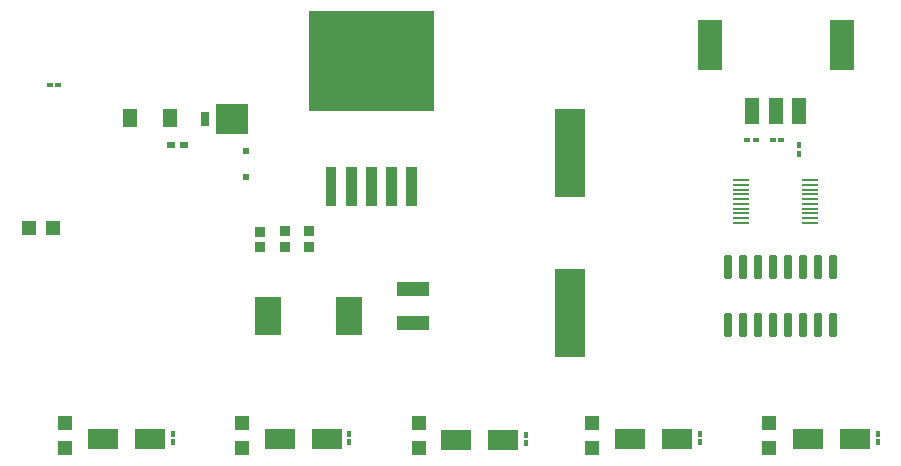
<source format=gtp>
G04*
G04 #@! TF.GenerationSoftware,Altium Limited,Altium Designer,20.0.10 (225)*
G04*
G04 Layer_Color=8421504*
%FSLAX25Y25*%
%MOIN*%
G70*
G01*
G75*
%ADD18R,0.04724X0.04724*%
%ADD19R,0.01181X0.01968*%
%ADD20R,0.09843X0.06693*%
%ADD21R,0.10709X0.05118*%
G04:AMPARAMS|DCode=22|XSize=77.56mil|YSize=23.62mil|CornerRadius=2.95mil|HoleSize=0mil|Usage=FLASHONLY|Rotation=270.000|XOffset=0mil|YOffset=0mil|HoleType=Round|Shape=RoundedRectangle|*
%AMROUNDEDRECTD22*
21,1,0.07756,0.01772,0,0,270.0*
21,1,0.07165,0.02362,0,0,270.0*
1,1,0.00591,-0.00886,-0.03583*
1,1,0.00591,-0.00886,0.03583*
1,1,0.00591,0.00886,0.03583*
1,1,0.00591,0.00886,-0.03583*
%
%ADD22ROUNDEDRECTD22*%
%ADD23R,0.05807X0.00787*%
%ADD24R,0.01968X0.01181*%
%ADD25R,0.07874X0.16535*%
%ADD26R,0.04724X0.08661*%
%ADD27R,0.09843X0.29528*%
%ADD28R,0.08858X0.12520*%
%ADD29R,0.03740X0.03347*%
%ADD30R,0.10512X0.10000*%
%ADD31R,0.03000X0.05000*%
%ADD32R,0.02362X0.02362*%
%ADD33R,0.03150X0.02362*%
%ADD34R,0.04921X0.06496*%
%ADD35R,0.04724X0.04724*%
G36*
X139468Y247259D02*
X97736D01*
Y280724D01*
X139468D01*
Y247259D01*
D02*
G37*
G36*
X133759Y215763D02*
X130216D01*
Y228755D01*
X133759D01*
Y215763D01*
D02*
G37*
G36*
X127066D02*
X123523D01*
Y228755D01*
X127066D01*
Y215763D01*
D02*
G37*
G36*
X120373D02*
X116830D01*
Y228755D01*
X120373D01*
Y215763D01*
D02*
G37*
G36*
X113681D02*
X110137D01*
Y228755D01*
X113681D01*
Y215763D01*
D02*
G37*
G36*
X106988D02*
X103444D01*
Y228755D01*
X106988D01*
Y215763D01*
D02*
G37*
D18*
X16358Y143330D02*
D03*
Y135062D02*
D03*
X75401Y143330D02*
D03*
Y135062D02*
D03*
X134381D02*
D03*
Y143330D02*
D03*
X251169Y143330D02*
D03*
Y135062D02*
D03*
X192043Y143330D02*
D03*
Y135062D02*
D03*
D19*
X111240Y139787D02*
D03*
Y137031D02*
D03*
X170295Y139393D02*
D03*
Y136637D02*
D03*
X228169Y139787D02*
D03*
Y137031D02*
D03*
X287425Y139787D02*
D03*
Y137031D02*
D03*
X52578Y139787D02*
D03*
Y137031D02*
D03*
X261240Y235850D02*
D03*
Y233094D02*
D03*
D20*
X88177Y138050D02*
D03*
X103925D02*
D03*
X204775D02*
D03*
X220523D02*
D03*
X146870Y137657D02*
D03*
X162618D02*
D03*
X264051Y138050D02*
D03*
X279799D02*
D03*
X29188D02*
D03*
X44936D02*
D03*
D21*
X132401Y187858D02*
D03*
Y176755D02*
D03*
D22*
X272441Y175909D02*
D03*
X267441D02*
D03*
X262440D02*
D03*
X257440D02*
D03*
X252441D02*
D03*
X247441D02*
D03*
X242441D02*
D03*
X237440D02*
D03*
Y195397D02*
D03*
X242441D02*
D03*
X247441D02*
D03*
X252441D02*
D03*
X257440D02*
D03*
X262440D02*
D03*
X267441D02*
D03*
X272441D02*
D03*
D23*
X241799Y224236D02*
D03*
Y222661D02*
D03*
Y221086D02*
D03*
Y219511D02*
D03*
Y217936D02*
D03*
Y216361D02*
D03*
Y214787D02*
D03*
Y213212D02*
D03*
Y211637D02*
D03*
Y210062D02*
D03*
X264933D02*
D03*
Y211637D02*
D03*
Y213212D02*
D03*
Y214787D02*
D03*
Y216361D02*
D03*
Y217936D02*
D03*
Y219511D02*
D03*
Y221086D02*
D03*
Y222661D02*
D03*
Y224236D02*
D03*
D24*
X255334Y237621D02*
D03*
X252578D02*
D03*
X243917D02*
D03*
X246673D02*
D03*
X14192Y256125D02*
D03*
X11436D02*
D03*
D25*
X275488Y269440D02*
D03*
X231393D02*
D03*
D26*
X245566Y247472D02*
D03*
X253440D02*
D03*
X261315D02*
D03*
D27*
X184755Y233200D02*
D03*
Y180051D02*
D03*
D28*
X111240Y179051D02*
D03*
X84035D02*
D03*
D29*
X81614Y207110D02*
D03*
Y201992D02*
D03*
X89811Y207232D02*
D03*
Y202114D02*
D03*
X97811Y207232D02*
D03*
Y202114D02*
D03*
D30*
X72257Y244708D02*
D03*
D31*
X63002D02*
D03*
D32*
X76988Y225417D02*
D03*
Y234078D02*
D03*
D33*
X51988Y236047D02*
D03*
X56318D02*
D03*
D34*
X38011Y244905D02*
D03*
X51594D02*
D03*
D35*
X4350Y208488D02*
D03*
X12618D02*
D03*
M02*

</source>
